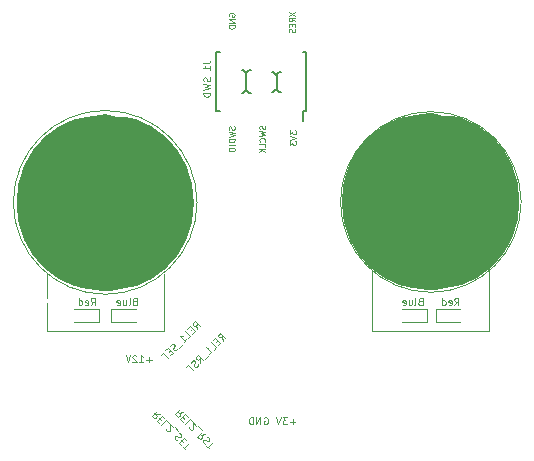
<source format=gbo>
G04 #@! TF.GenerationSoftware,KiCad,Pcbnew,5.0.0-rc2-be01b52~65~ubuntu16.04.1*
G04 #@! TF.CreationDate,2018-06-27T12:44:11+03:00*
G04 #@! TF.ProjectId,livolo_2_channels_1way_eu_switch,6C69766F6C6F5F325F6368616E6E656C,rev?*
G04 #@! TF.SameCoordinates,Original*
G04 #@! TF.FileFunction,Legend,Bot*
G04 #@! TF.FilePolarity,Positive*
%FSLAX46Y46*%
G04 Gerber Fmt 4.6, Leading zero omitted, Abs format (unit mm)*
G04 Created by KiCad (PCBNEW 5.0.0-rc2-be01b52~65~ubuntu16.04.1) date Wed Jun 27 12:44:11 2018*
%MOMM*%
%LPD*%
G01*
G04 APERTURE LIST*
%ADD10C,0.100000*%
%ADD11C,7.500000*%
%ADD12C,0.120000*%
%ADD13C,0.150000*%
%ADD14C,1.500000*%
%ADD15R,0.600000X0.800000*%
%ADD16O,1.350000X1.350000*%
%ADD17R,1.350000X1.350000*%
%ADD18R,1.270000X2.500000*%
G04 APERTURE END LIST*
D10*
X144226190Y-76419047D02*
X144726190Y-76752380D01*
X144226190Y-76752380D02*
X144726190Y-76419047D01*
X144726190Y-77228571D02*
X144488095Y-77061904D01*
X144726190Y-76942857D02*
X144226190Y-76942857D01*
X144226190Y-77133333D01*
X144250000Y-77180952D01*
X144273809Y-77204761D01*
X144321428Y-77228571D01*
X144392857Y-77228571D01*
X144440476Y-77204761D01*
X144464285Y-77180952D01*
X144488095Y-77133333D01*
X144488095Y-76942857D01*
X144464285Y-77442857D02*
X144464285Y-77609523D01*
X144726190Y-77680952D02*
X144726190Y-77442857D01*
X144226190Y-77442857D01*
X144226190Y-77680952D01*
X144702380Y-77871428D02*
X144726190Y-77942857D01*
X144726190Y-78061904D01*
X144702380Y-78109523D01*
X144678571Y-78133333D01*
X144630952Y-78157142D01*
X144583333Y-78157142D01*
X144535714Y-78133333D01*
X144511904Y-78109523D01*
X144488095Y-78061904D01*
X144464285Y-77966666D01*
X144440476Y-77919047D01*
X144416666Y-77895238D01*
X144369047Y-77871428D01*
X144321428Y-77871428D01*
X144273809Y-77895238D01*
X144250000Y-77919047D01*
X144226190Y-77966666D01*
X144226190Y-78085714D01*
X144250000Y-78157142D01*
X144771428Y-111142857D02*
X144314285Y-111142857D01*
X144542857Y-111371428D02*
X144542857Y-110914285D01*
X144085714Y-110771428D02*
X143714285Y-110771428D01*
X143914285Y-111000000D01*
X143828571Y-111000000D01*
X143771428Y-111028571D01*
X143742857Y-111057142D01*
X143714285Y-111114285D01*
X143714285Y-111257142D01*
X143742857Y-111314285D01*
X143771428Y-111342857D01*
X143828571Y-111371428D01*
X144000000Y-111371428D01*
X144057142Y-111342857D01*
X144085714Y-111314285D01*
X143542857Y-110771428D02*
X143342857Y-111371428D01*
X143142857Y-110771428D01*
X136443502Y-103290355D02*
X136382893Y-102946903D01*
X136685939Y-103047918D02*
X136261675Y-102623654D01*
X136100051Y-102785278D01*
X136079847Y-102845887D01*
X136079847Y-102886294D01*
X136100051Y-102946903D01*
X136160660Y-103007512D01*
X136221269Y-103027715D01*
X136261675Y-103027715D01*
X136322284Y-103007512D01*
X136483908Y-102845887D01*
X136039441Y-103249948D02*
X135898020Y-103391370D01*
X136059644Y-103674213D02*
X136261675Y-103472182D01*
X135837411Y-103047918D01*
X135635380Y-103249948D01*
X135675786Y-104058071D02*
X135877817Y-103856040D01*
X135453553Y-103431776D01*
X135312132Y-104421725D02*
X135554568Y-104179289D01*
X135433350Y-104300507D02*
X135009086Y-103876243D01*
X135110101Y-103896446D01*
X135190913Y-103896446D01*
X135251522Y-103876243D01*
X135271725Y-104542944D02*
X134948477Y-104866193D01*
X134807055Y-104886396D02*
X134766649Y-104967208D01*
X134665634Y-105068223D01*
X134605025Y-105088426D01*
X134564619Y-105088426D01*
X134504009Y-105068223D01*
X134463603Y-105027817D01*
X134443400Y-104967208D01*
X134443400Y-104926802D01*
X134463603Y-104866193D01*
X134524213Y-104765177D01*
X134544416Y-104704568D01*
X134544416Y-104664162D01*
X134524213Y-104603553D01*
X134483806Y-104563147D01*
X134423197Y-104542944D01*
X134382791Y-104542944D01*
X134322182Y-104563147D01*
X134221167Y-104664162D01*
X134180761Y-104744974D01*
X134180761Y-105108629D02*
X134039339Y-105250051D01*
X134200964Y-105532893D02*
X134402994Y-105330863D01*
X133978730Y-104906599D01*
X133776700Y-105108629D01*
X133655481Y-105229847D02*
X133413045Y-105472284D01*
X133958527Y-105775330D02*
X133534263Y-105351066D01*
X138613705Y-104270152D02*
X138553096Y-103926700D01*
X138856142Y-104027715D02*
X138431878Y-103603451D01*
X138270254Y-103765075D01*
X138250051Y-103825684D01*
X138250051Y-103866091D01*
X138270254Y-103926700D01*
X138330863Y-103987309D01*
X138391472Y-104007512D01*
X138431878Y-104007512D01*
X138492487Y-103987309D01*
X138654112Y-103825684D01*
X138209644Y-104229745D02*
X138068223Y-104371167D01*
X138229847Y-104654009D02*
X138431878Y-104451979D01*
X138007614Y-104027715D01*
X137805583Y-104229745D01*
X137845990Y-105037867D02*
X138048020Y-104835837D01*
X137623756Y-104411573D01*
X137482335Y-105401522D02*
X137724771Y-105159086D01*
X137603553Y-105280304D02*
X137179289Y-104856040D01*
X137280304Y-104876243D01*
X137361116Y-104876243D01*
X137421725Y-104856040D01*
X137441928Y-105522741D02*
X137118680Y-105845990D01*
X136734822Y-106149035D02*
X136674213Y-105805583D01*
X136977258Y-105906599D02*
X136552994Y-105482335D01*
X136391370Y-105643959D01*
X136371167Y-105704568D01*
X136371167Y-105744974D01*
X136391370Y-105805583D01*
X136451979Y-105866193D01*
X136512588Y-105886396D01*
X136552994Y-105886396D01*
X136613603Y-105866193D01*
X136775228Y-105704568D01*
X136552994Y-106290457D02*
X136512588Y-106371269D01*
X136411573Y-106472284D01*
X136350964Y-106492487D01*
X136310558Y-106492487D01*
X136249948Y-106472284D01*
X136209542Y-106431878D01*
X136189339Y-106371269D01*
X136189339Y-106330863D01*
X136209542Y-106270254D01*
X136270152Y-106169238D01*
X136290355Y-106108629D01*
X136290355Y-106068223D01*
X136270152Y-106007614D01*
X136229745Y-105967208D01*
X136169136Y-105947005D01*
X136128730Y-105947005D01*
X136068121Y-105967208D01*
X135967106Y-106068223D01*
X135926700Y-106149035D01*
X135785278Y-106250051D02*
X135542842Y-106492487D01*
X136088324Y-106795533D02*
X135664060Y-106371269D01*
X135270152Y-110336294D02*
X134926700Y-110396903D01*
X135027715Y-110093857D02*
X134603451Y-110518121D01*
X134765075Y-110679745D01*
X134825684Y-110699948D01*
X134866091Y-110699948D01*
X134926700Y-110679745D01*
X134987309Y-110619136D01*
X135007512Y-110558527D01*
X135007512Y-110518121D01*
X134987309Y-110457512D01*
X134825684Y-110295887D01*
X135229745Y-110740355D02*
X135371167Y-110881776D01*
X135654009Y-110720152D02*
X135451979Y-110518121D01*
X135027715Y-110942385D01*
X135229745Y-111144416D01*
X136037867Y-111104009D02*
X135835837Y-110901979D01*
X135411573Y-111326243D01*
X135775228Y-111609086D02*
X135775228Y-111649492D01*
X135795431Y-111710101D01*
X135896446Y-111811116D01*
X135957055Y-111831319D01*
X135997461Y-111831319D01*
X136058071Y-111811116D01*
X136098477Y-111770710D01*
X136138883Y-111689898D01*
X136138883Y-111205025D01*
X136401522Y-111467664D01*
X136522741Y-111508071D02*
X136845990Y-111831319D01*
X137149035Y-112215177D02*
X136805583Y-112275786D01*
X136906599Y-111972741D02*
X136482335Y-112397005D01*
X136643959Y-112558629D01*
X136704568Y-112578832D01*
X136744974Y-112578832D01*
X136805583Y-112558629D01*
X136866193Y-112498020D01*
X136886396Y-112437411D01*
X136886396Y-112397005D01*
X136866193Y-112336396D01*
X136704568Y-112174771D01*
X137290457Y-112397005D02*
X137371269Y-112437411D01*
X137472284Y-112538426D01*
X137492487Y-112599035D01*
X137492487Y-112639441D01*
X137472284Y-112700051D01*
X137431878Y-112740457D01*
X137371269Y-112760660D01*
X137330863Y-112760660D01*
X137270254Y-112740457D01*
X137169238Y-112679847D01*
X137108629Y-112659644D01*
X137068223Y-112659644D01*
X137007614Y-112679847D01*
X136967208Y-112720254D01*
X136947005Y-112780863D01*
X136947005Y-112821269D01*
X136967208Y-112881878D01*
X137068223Y-112982893D01*
X137149035Y-113023299D01*
X137250051Y-113164721D02*
X137492487Y-113407157D01*
X137795533Y-112861675D02*
X137371269Y-113285939D01*
X133290355Y-110456497D02*
X132946903Y-110517106D01*
X133047918Y-110214060D02*
X132623654Y-110638324D01*
X132785278Y-110799948D01*
X132845887Y-110820152D01*
X132886294Y-110820152D01*
X132946903Y-110799948D01*
X133007512Y-110739339D01*
X133027715Y-110678730D01*
X133027715Y-110638324D01*
X133007512Y-110577715D01*
X132845887Y-110416091D01*
X133249948Y-110860558D02*
X133391370Y-111001979D01*
X133674213Y-110840355D02*
X133472182Y-110638324D01*
X133047918Y-111062588D01*
X133249948Y-111264619D01*
X134058071Y-111224213D02*
X133856040Y-111022182D01*
X133431776Y-111446446D01*
X133795431Y-111729289D02*
X133795431Y-111769695D01*
X133815634Y-111830304D01*
X133916649Y-111931319D01*
X133977258Y-111951522D01*
X134017664Y-111951522D01*
X134078274Y-111931319D01*
X134118680Y-111890913D01*
X134159086Y-111810101D01*
X134159086Y-111325228D01*
X134421725Y-111587867D01*
X134542944Y-111628274D02*
X134866193Y-111951522D01*
X134886396Y-112092944D02*
X134967208Y-112133350D01*
X135068223Y-112234365D01*
X135088426Y-112294974D01*
X135088426Y-112335380D01*
X135068223Y-112395990D01*
X135027817Y-112436396D01*
X134967208Y-112456599D01*
X134926802Y-112456599D01*
X134866193Y-112436396D01*
X134765177Y-112375786D01*
X134704568Y-112355583D01*
X134664162Y-112355583D01*
X134603553Y-112375786D01*
X134563147Y-112416193D01*
X134542944Y-112476802D01*
X134542944Y-112517208D01*
X134563147Y-112577817D01*
X134664162Y-112678832D01*
X134744974Y-112719238D01*
X135108629Y-112719238D02*
X135250051Y-112860660D01*
X135532893Y-112699035D02*
X135330863Y-112497005D01*
X134906599Y-112921269D01*
X135108629Y-113123299D01*
X135229847Y-113244518D02*
X135472284Y-113486954D01*
X135775330Y-112941472D02*
X135351066Y-113365736D01*
X139602380Y-86140476D02*
X139626190Y-86211904D01*
X139626190Y-86330952D01*
X139602380Y-86378571D01*
X139578571Y-86402380D01*
X139530952Y-86426190D01*
X139483333Y-86426190D01*
X139435714Y-86402380D01*
X139411904Y-86378571D01*
X139388095Y-86330952D01*
X139364285Y-86235714D01*
X139340476Y-86188095D01*
X139316666Y-86164285D01*
X139269047Y-86140476D01*
X139221428Y-86140476D01*
X139173809Y-86164285D01*
X139150000Y-86188095D01*
X139126190Y-86235714D01*
X139126190Y-86354761D01*
X139150000Y-86426190D01*
X139126190Y-86592857D02*
X139626190Y-86711904D01*
X139269047Y-86807142D01*
X139626190Y-86902380D01*
X139126190Y-87021428D01*
X139626190Y-87211904D02*
X139126190Y-87211904D01*
X139126190Y-87330952D01*
X139150000Y-87402380D01*
X139197619Y-87450000D01*
X139245238Y-87473809D01*
X139340476Y-87497619D01*
X139411904Y-87497619D01*
X139507142Y-87473809D01*
X139554761Y-87450000D01*
X139602380Y-87402380D01*
X139626190Y-87330952D01*
X139626190Y-87211904D01*
X139626190Y-87711904D02*
X139126190Y-87711904D01*
X139126190Y-88045238D02*
X139126190Y-88140476D01*
X139150000Y-88188095D01*
X139197619Y-88235714D01*
X139292857Y-88259523D01*
X139459523Y-88259523D01*
X139554761Y-88235714D01*
X139602380Y-88188095D01*
X139626190Y-88140476D01*
X139626190Y-88045238D01*
X139602380Y-87997619D01*
X139554761Y-87950000D01*
X139459523Y-87926190D01*
X139292857Y-87926190D01*
X139197619Y-87950000D01*
X139150000Y-87997619D01*
X139126190Y-88045238D01*
X139150000Y-76819047D02*
X139126190Y-76771428D01*
X139126190Y-76700000D01*
X139150000Y-76628571D01*
X139197619Y-76580952D01*
X139245238Y-76557142D01*
X139340476Y-76533333D01*
X139411904Y-76533333D01*
X139507142Y-76557142D01*
X139554761Y-76580952D01*
X139602380Y-76628571D01*
X139626190Y-76700000D01*
X139626190Y-76747619D01*
X139602380Y-76819047D01*
X139578571Y-76842857D01*
X139411904Y-76842857D01*
X139411904Y-76747619D01*
X139626190Y-77057142D02*
X139126190Y-77057142D01*
X139626190Y-77342857D01*
X139126190Y-77342857D01*
X139626190Y-77580952D02*
X139126190Y-77580952D01*
X139126190Y-77700000D01*
X139150000Y-77771428D01*
X139197619Y-77819047D01*
X139245238Y-77842857D01*
X139340476Y-77866666D01*
X139411904Y-77866666D01*
X139507142Y-77842857D01*
X139554761Y-77819047D01*
X139602380Y-77771428D01*
X139626190Y-77700000D01*
X139626190Y-77580952D01*
X142202380Y-86069047D02*
X142226190Y-86140476D01*
X142226190Y-86259523D01*
X142202380Y-86307142D01*
X142178571Y-86330952D01*
X142130952Y-86354761D01*
X142083333Y-86354761D01*
X142035714Y-86330952D01*
X142011904Y-86307142D01*
X141988095Y-86259523D01*
X141964285Y-86164285D01*
X141940476Y-86116666D01*
X141916666Y-86092857D01*
X141869047Y-86069047D01*
X141821428Y-86069047D01*
X141773809Y-86092857D01*
X141750000Y-86116666D01*
X141726190Y-86164285D01*
X141726190Y-86283333D01*
X141750000Y-86354761D01*
X141726190Y-86521428D02*
X142226190Y-86640476D01*
X141869047Y-86735714D01*
X142226190Y-86830952D01*
X141726190Y-86950000D01*
X142178571Y-87426190D02*
X142202380Y-87402380D01*
X142226190Y-87330952D01*
X142226190Y-87283333D01*
X142202380Y-87211904D01*
X142154761Y-87164285D01*
X142107142Y-87140476D01*
X142011904Y-87116666D01*
X141940476Y-87116666D01*
X141845238Y-87140476D01*
X141797619Y-87164285D01*
X141750000Y-87211904D01*
X141726190Y-87283333D01*
X141726190Y-87330952D01*
X141750000Y-87402380D01*
X141773809Y-87426190D01*
X142226190Y-87878571D02*
X142226190Y-87640476D01*
X141726190Y-87640476D01*
X142226190Y-88045238D02*
X141726190Y-88045238D01*
X142226190Y-88330952D02*
X141940476Y-88116666D01*
X141726190Y-88330952D02*
X142011904Y-88045238D01*
X144326190Y-86480952D02*
X144326190Y-86790476D01*
X144516666Y-86623809D01*
X144516666Y-86695238D01*
X144540476Y-86742857D01*
X144564285Y-86766666D01*
X144611904Y-86790476D01*
X144730952Y-86790476D01*
X144778571Y-86766666D01*
X144802380Y-86742857D01*
X144826190Y-86695238D01*
X144826190Y-86552380D01*
X144802380Y-86504761D01*
X144778571Y-86480952D01*
X144326190Y-86933333D02*
X144826190Y-87100000D01*
X144326190Y-87266666D01*
X144326190Y-87385714D02*
X144326190Y-87695238D01*
X144516666Y-87528571D01*
X144516666Y-87600000D01*
X144540476Y-87647619D01*
X144564285Y-87671428D01*
X144611904Y-87695238D01*
X144730952Y-87695238D01*
X144778571Y-87671428D01*
X144802380Y-87647619D01*
X144826190Y-87600000D01*
X144826190Y-87457142D01*
X144802380Y-87409523D01*
X144778571Y-87385714D01*
X142107142Y-110800000D02*
X142164285Y-110771428D01*
X142250000Y-110771428D01*
X142335714Y-110800000D01*
X142392857Y-110857142D01*
X142421428Y-110914285D01*
X142450000Y-111028571D01*
X142450000Y-111114285D01*
X142421428Y-111228571D01*
X142392857Y-111285714D01*
X142335714Y-111342857D01*
X142250000Y-111371428D01*
X142192857Y-111371428D01*
X142107142Y-111342857D01*
X142078571Y-111314285D01*
X142078571Y-111114285D01*
X142192857Y-111114285D01*
X141821428Y-111371428D02*
X141821428Y-110771428D01*
X141478571Y-111371428D01*
X141478571Y-110771428D01*
X141192857Y-111371428D02*
X141192857Y-110771428D01*
X141050000Y-110771428D01*
X140964285Y-110800000D01*
X140907142Y-110857142D01*
X140878571Y-110914285D01*
X140850000Y-111028571D01*
X140850000Y-111114285D01*
X140878571Y-111228571D01*
X140907142Y-111285714D01*
X140964285Y-111342857D01*
X141050000Y-111371428D01*
X141192857Y-111371428D01*
X132607142Y-105892857D02*
X132150000Y-105892857D01*
X132378571Y-106121428D02*
X132378571Y-105664285D01*
X131550000Y-106121428D02*
X131892857Y-106121428D01*
X131721428Y-106121428D02*
X131721428Y-105521428D01*
X131778571Y-105607142D01*
X131835714Y-105664285D01*
X131892857Y-105692857D01*
X131321428Y-105578571D02*
X131292857Y-105550000D01*
X131235714Y-105521428D01*
X131092857Y-105521428D01*
X131035714Y-105550000D01*
X131007142Y-105578571D01*
X130978571Y-105635714D01*
X130978571Y-105692857D01*
X131007142Y-105778571D01*
X131350000Y-106121428D01*
X130978571Y-106121428D01*
X130807142Y-105521428D02*
X130607142Y-106121428D01*
X130407142Y-105521428D01*
D11*
G04 #@! TO.C,U1*
X132415382Y-92600000D02*
G75*
G03X132415382Y-92600000I-3740382J0D01*
G01*
G04 #@! TO.C,U6*
X159979592Y-92500000D02*
G75*
G03X159979592Y-92500000I-3754592J0D01*
G01*
D10*
G04 #@! TO.C,REF\002A\002A*
X151298140Y-103432020D02*
X161166040Y-103432020D01*
X151270200Y-103432020D02*
X151270200Y-98399511D01*
X161170160Y-103432020D02*
X161170160Y-98399511D01*
X123748140Y-103482020D02*
X133616040Y-103482020D01*
X123720200Y-103482020D02*
X123720200Y-98599959D01*
X163892148Y-92534512D02*
G75*
G03X163892148Y-92534512I-7647872J0D01*
G01*
X133620160Y-103482020D02*
X133620160Y-98599959D01*
X136451733Y-92569926D02*
G75*
G03X136451733Y-92569926I-7778209J0D01*
G01*
D12*
G04 #@! TO.C,D3*
X129200000Y-102700000D02*
X131300000Y-102700000D01*
X129200000Y-101600000D02*
X131300000Y-101600000D01*
X129200000Y-102700000D02*
X129200000Y-101600000D01*
G04 #@! TO.C,D4*
X128150000Y-101600000D02*
X128150000Y-102700000D01*
X128150000Y-102700000D02*
X126050000Y-102700000D01*
X128150000Y-101600000D02*
X126050000Y-101600000D01*
G04 #@! TO.C,D5*
X156650000Y-102700000D02*
X156650000Y-101600000D01*
X156650000Y-101600000D02*
X158750000Y-101600000D01*
X156650000Y-102700000D02*
X158750000Y-102700000D01*
G04 #@! TO.C,D6*
X155900000Y-101600000D02*
X153800000Y-101600000D01*
X155900000Y-102700000D02*
X153800000Y-102700000D01*
X155900000Y-101600000D02*
X155900000Y-102700000D01*
D13*
G04 #@! TO.C,J1*
X145400000Y-84800000D02*
X145400000Y-85700000D01*
X143200000Y-83000000D02*
X143200000Y-81700000D01*
X138090000Y-79800000D02*
X138370000Y-79800000D01*
X138090000Y-79800000D02*
X138090000Y-84800000D01*
X138090000Y-84800000D02*
X138370000Y-84800000D01*
X145710000Y-84800000D02*
X145430000Y-84800000D01*
X145710000Y-79800000D02*
X145710000Y-84800000D01*
X143551000Y-81500000D02*
X143424000Y-81500000D01*
X143424000Y-81500000D02*
X143170000Y-81754000D01*
X143170000Y-81754000D02*
X142916000Y-81500000D01*
X142916000Y-81500000D02*
X142789000Y-81500000D01*
X145710000Y-79800000D02*
X145430000Y-79800000D01*
X141011000Y-81400000D02*
X140884000Y-81400000D01*
X142789000Y-83200000D02*
X142916000Y-83200000D01*
X140630000Y-81654000D02*
X140376000Y-81400000D01*
X143170000Y-82946000D02*
X143424000Y-83200000D01*
X140376000Y-81400000D02*
X140249000Y-81400000D01*
X143424000Y-83200000D02*
X143551000Y-83200000D01*
X140884000Y-81400000D02*
X140630000Y-81654000D01*
X142916000Y-83200000D02*
X143170000Y-82946000D01*
X140249000Y-83300000D02*
X140376000Y-83300000D01*
X140884000Y-83300000D02*
X141011000Y-83300000D01*
X140630000Y-83046000D02*
X140884000Y-83300000D01*
X140376000Y-83300000D02*
X140630000Y-83046000D01*
X140630000Y-83000152D02*
X140630000Y-81698117D01*
G04 #@! TO.C,D3*
D12*
X131142857Y-100957142D02*
X131057142Y-100985714D01*
X131028571Y-101014285D01*
X131000000Y-101071428D01*
X131000000Y-101157142D01*
X131028571Y-101214285D01*
X131057142Y-101242857D01*
X131114285Y-101271428D01*
X131342857Y-101271428D01*
X131342857Y-100671428D01*
X131142857Y-100671428D01*
X131085714Y-100700000D01*
X131057142Y-100728571D01*
X131028571Y-100785714D01*
X131028571Y-100842857D01*
X131057142Y-100900000D01*
X131085714Y-100928571D01*
X131142857Y-100957142D01*
X131342857Y-100957142D01*
X130657142Y-101271428D02*
X130714285Y-101242857D01*
X130742857Y-101185714D01*
X130742857Y-100671428D01*
X130171428Y-100871428D02*
X130171428Y-101271428D01*
X130428571Y-100871428D02*
X130428571Y-101185714D01*
X130400000Y-101242857D01*
X130342857Y-101271428D01*
X130257142Y-101271428D01*
X130200000Y-101242857D01*
X130171428Y-101214285D01*
X129657142Y-101242857D02*
X129714285Y-101271428D01*
X129828571Y-101271428D01*
X129885714Y-101242857D01*
X129914285Y-101185714D01*
X129914285Y-100957142D01*
X129885714Y-100900000D01*
X129828571Y-100871428D01*
X129714285Y-100871428D01*
X129657142Y-100900000D01*
X129628571Y-100957142D01*
X129628571Y-101014285D01*
X129914285Y-101071428D01*
G04 #@! TO.C,D4*
X127442857Y-101271428D02*
X127642857Y-100985714D01*
X127785714Y-101271428D02*
X127785714Y-100671428D01*
X127557142Y-100671428D01*
X127500000Y-100700000D01*
X127471428Y-100728571D01*
X127442857Y-100785714D01*
X127442857Y-100871428D01*
X127471428Y-100928571D01*
X127500000Y-100957142D01*
X127557142Y-100985714D01*
X127785714Y-100985714D01*
X126957142Y-101242857D02*
X127014285Y-101271428D01*
X127128571Y-101271428D01*
X127185714Y-101242857D01*
X127214285Y-101185714D01*
X127214285Y-100957142D01*
X127185714Y-100900000D01*
X127128571Y-100871428D01*
X127014285Y-100871428D01*
X126957142Y-100900000D01*
X126928571Y-100957142D01*
X126928571Y-101014285D01*
X127214285Y-101071428D01*
X126414285Y-101271428D02*
X126414285Y-100671428D01*
X126414285Y-101242857D02*
X126471428Y-101271428D01*
X126585714Y-101271428D01*
X126642857Y-101242857D01*
X126671428Y-101214285D01*
X126700000Y-101157142D01*
X126700000Y-100985714D01*
X126671428Y-100928571D01*
X126642857Y-100900000D01*
X126585714Y-100871428D01*
X126471428Y-100871428D01*
X126414285Y-100900000D01*
G04 #@! TO.C,D5*
X158242857Y-101271428D02*
X158442857Y-100985714D01*
X158585714Y-101271428D02*
X158585714Y-100671428D01*
X158357142Y-100671428D01*
X158300000Y-100700000D01*
X158271428Y-100728571D01*
X158242857Y-100785714D01*
X158242857Y-100871428D01*
X158271428Y-100928571D01*
X158300000Y-100957142D01*
X158357142Y-100985714D01*
X158585714Y-100985714D01*
X157757142Y-101242857D02*
X157814285Y-101271428D01*
X157928571Y-101271428D01*
X157985714Y-101242857D01*
X158014285Y-101185714D01*
X158014285Y-100957142D01*
X157985714Y-100900000D01*
X157928571Y-100871428D01*
X157814285Y-100871428D01*
X157757142Y-100900000D01*
X157728571Y-100957142D01*
X157728571Y-101014285D01*
X158014285Y-101071428D01*
X157214285Y-101271428D02*
X157214285Y-100671428D01*
X157214285Y-101242857D02*
X157271428Y-101271428D01*
X157385714Y-101271428D01*
X157442857Y-101242857D01*
X157471428Y-101214285D01*
X157500000Y-101157142D01*
X157500000Y-100985714D01*
X157471428Y-100928571D01*
X157442857Y-100900000D01*
X157385714Y-100871428D01*
X157271428Y-100871428D01*
X157214285Y-100900000D01*
G04 #@! TO.C,D6*
X155342857Y-100957142D02*
X155257142Y-100985714D01*
X155228571Y-101014285D01*
X155200000Y-101071428D01*
X155200000Y-101157142D01*
X155228571Y-101214285D01*
X155257142Y-101242857D01*
X155314285Y-101271428D01*
X155542857Y-101271428D01*
X155542857Y-100671428D01*
X155342857Y-100671428D01*
X155285714Y-100700000D01*
X155257142Y-100728571D01*
X155228571Y-100785714D01*
X155228571Y-100842857D01*
X155257142Y-100900000D01*
X155285714Y-100928571D01*
X155342857Y-100957142D01*
X155542857Y-100957142D01*
X154857142Y-101271428D02*
X154914285Y-101242857D01*
X154942857Y-101185714D01*
X154942857Y-100671428D01*
X154371428Y-100871428D02*
X154371428Y-101271428D01*
X154628571Y-100871428D02*
X154628571Y-101185714D01*
X154600000Y-101242857D01*
X154542857Y-101271428D01*
X154457142Y-101271428D01*
X154400000Y-101242857D01*
X154371428Y-101214285D01*
X153857142Y-101242857D02*
X153914285Y-101271428D01*
X154028571Y-101271428D01*
X154085714Y-101242857D01*
X154114285Y-101185714D01*
X154114285Y-100957142D01*
X154085714Y-100900000D01*
X154028571Y-100871428D01*
X153914285Y-100871428D01*
X153857142Y-100900000D01*
X153828571Y-100957142D01*
X153828571Y-101014285D01*
X154114285Y-101071428D01*
G04 #@! TO.C,J1*
X136971428Y-80800000D02*
X137400000Y-80800000D01*
X137485714Y-80771428D01*
X137542857Y-80714285D01*
X137571428Y-80628571D01*
X137571428Y-80571428D01*
X137571428Y-81400000D02*
X137571428Y-81057142D01*
X137571428Y-81228571D02*
X136971428Y-81228571D01*
X137057142Y-81171428D01*
X137114285Y-81114285D01*
X137142857Y-81057142D01*
X137542857Y-81985714D02*
X137571428Y-82071428D01*
X137571428Y-82214285D01*
X137542857Y-82271428D01*
X137514285Y-82300000D01*
X137457142Y-82328571D01*
X137400000Y-82328571D01*
X137342857Y-82300000D01*
X137314285Y-82271428D01*
X137285714Y-82214285D01*
X137257142Y-82100000D01*
X137228571Y-82042857D01*
X137200000Y-82014285D01*
X137142857Y-81985714D01*
X137085714Y-81985714D01*
X137028571Y-82014285D01*
X137000000Y-82042857D01*
X136971428Y-82100000D01*
X136971428Y-82242857D01*
X137000000Y-82328571D01*
X136971428Y-82528571D02*
X137571428Y-82671428D01*
X137142857Y-82785714D01*
X137571428Y-82900000D01*
X136971428Y-83042857D01*
X137571428Y-83271428D02*
X136971428Y-83271428D01*
X136971428Y-83414285D01*
X137000000Y-83500000D01*
X137057142Y-83557142D01*
X137114285Y-83585714D01*
X137228571Y-83614285D01*
X137314285Y-83614285D01*
X137428571Y-83585714D01*
X137485714Y-83557142D01*
X137542857Y-83500000D01*
X137571428Y-83414285D01*
X137571428Y-83271428D01*
G04 #@! TD*
%LPC*%
D14*
G04 #@! TO.C,REF\002A\002A*
X152100000Y-100850000D03*
G04 #@! TD*
G04 #@! TO.C,REF\002A\002A*
X160300000Y-100850000D03*
G04 #@! TD*
G04 #@! TO.C,REF\002A\002A*
X132700000Y-100900000D03*
G04 #@! TD*
G04 #@! TO.C,REF\002A\002A*
X124500000Y-100900000D03*
G04 #@! TD*
D15*
G04 #@! TO.C,D3*
X131350000Y-102150000D03*
X129650000Y-102150000D03*
G04 #@! TD*
G04 #@! TO.C,D4*
X127700000Y-102150000D03*
X126000000Y-102150000D03*
G04 #@! TD*
G04 #@! TO.C,D5*
X157100000Y-102150000D03*
X158800000Y-102150000D03*
G04 #@! TD*
G04 #@! TO.C,D6*
X153750000Y-102150000D03*
X155450000Y-102150000D03*
G04 #@! TD*
D16*
G04 #@! TO.C,P4*
X143650000Y-107550000D03*
X143650000Y-109550000D03*
X141650000Y-107550000D03*
X141650000Y-109550000D03*
X139650000Y-107550000D03*
X139650000Y-109550000D03*
X137650000Y-107550000D03*
X137650000Y-109550000D03*
X135650000Y-107550000D03*
X135650000Y-109550000D03*
X133650000Y-107550000D03*
X133650000Y-109550000D03*
X131650000Y-107550000D03*
D17*
X131650000Y-109550000D03*
G04 #@! TD*
D18*
G04 #@! TO.C,J1*
X144400000Y-84300000D03*
X141900000Y-84300000D03*
X139360000Y-84300000D03*
X139360000Y-80300000D03*
X141900000Y-80300000D03*
X144440000Y-80300000D03*
G04 #@! TD*
M02*

</source>
